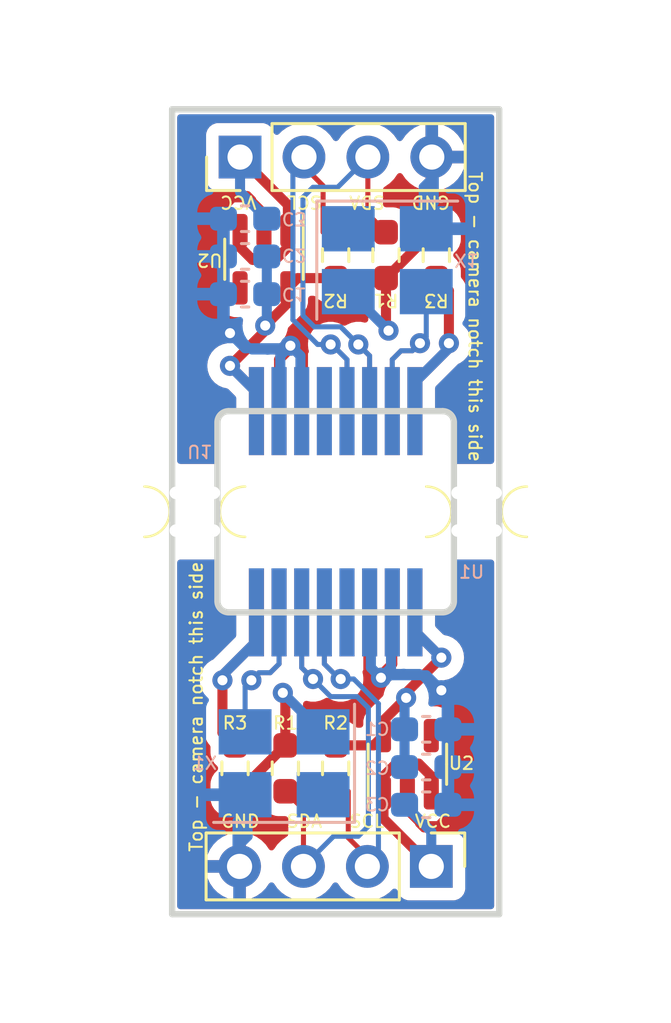
<source format=kicad_pcb>
(kicad_pcb (version 20240108) (generator "pcbnew") (generator_version "8.0")
  (layers (0 "F.Cu" signal) (31 "B.Cu" signal) (34 "B.Paste" user) (35 "F.Paste" user) (36 "B.SilkS" user "B.Silkscreen") (37 "F.SilkS" user "F.Silkscreen") (38 "B.Mask" user) (39 "F.Mask" user) (44 "Edge.Cuts" user))
  (net 0 "")
  (net 1 "+3.3V")
  (net 2 "GND")
  (net 3 "+5V")
  (net 4 "/SDA")
  (net 5 "/SCL")
  (net 6 "Net-(U1-RESET)")
  (net 8 "/CLK")
  (footprint "Resistor_SMD:R_0603_1608Metric_Pad0.98x0.95mm_HandSolder" (layer "F.Cu") (at 106.5 87.8 -90)
    (property "Reference" "R2" (at 1.8 0 180) (layer "F.SilkS") (effects (font (size 0.5 0.5) (thickness 0.08))))
    (property "Value" "2.7K")
    (fp_line (start -0.254724 0.5225) (end 0.254724 0.5225) (stroke (width 0.12)) (layer "F.SilkS"))
    (fp_line (start -0.254724 -0.5225) (end 0.254724 -0.5225) (stroke (width 0.12)) (layer "F.SilkS"))
    (pad "1" smd roundrect (at -0.9125 0 270) (size 0.975 0.95) (layers "F.Cu" "F.Paste" "F.Mask") (net 5 "/SCL"))
    (pad "2" smd roundrect (at 0.9125 0 270) (size 0.975 0.95) (layers "F.Cu" "F.Paste" "F.Mask") (net 1 "+3.3V"))
  )
  (footprint "Package_TO_SOT_SMD:SOT-23-5" (layer "F.Cu") (at 103.65 87.9625 -90)
    (property "Reference" "U2" (at 0.0375 2.15 180) (layer "F.SilkS") (effects (font (size 0.5 0.5) (thickness 0.08))))
    (property "Value" "AP2112-3.3V")
    (fp_line (start 0 1.56) (end -0.8 1.56) (stroke (width 0.12)) (layer "F.SilkS"))
    (fp_line (start 0 1.56) (end 0.8 1.56) (stroke (width 0.12)) (layer "F.SilkS"))
    (fp_line (start 0 -1.56) (end -1.8 -1.56) (stroke (width 0.12)) (layer "F.SilkS"))
    (fp_line (start 0 -1.56) (end 0.8 -1.56) (stroke (width 0.12)) (layer "F.SilkS"))
    (pad "1" smd roundrect (at -1.1375 -0.95 270) (size 1.325 0.6) (layers "F.Cu" "F.Paste" "F.Mask") (net 3 "+5V"))
    (pad "2" smd roundrect (at -1.1375 0 270) (size 1.325 0.6) (layers "F.Cu" "F.Paste" "F.Mask") (net 2 "GND"))
    (pad "3" smd roundrect (at -1.1375 0.95 270) (size 1.325 0.6) (layers "F.Cu" "F.Paste" "F.Mask") (net 3 "+5V"))
    (pad "4" smd roundrect (at 1.1375 0.95 270) (size 1.325 0.6) (layers "F.Cu" "F.Paste" "F.Mask"))
    (pad "5" smd roundrect (at 1.1375 -0.95 270) (size 1.325 0.6) (layers "F.Cu" "F.Paste" "F.Mask") (net 1 "+3.3V"))
  )
  (footprint "Resistor_SMD:R_0603_1608Metric_Pad0.98x0.95mm_HandSolder" (layer "F.Cu") (at 102.5 108.2 90)
    (property "Reference" "R3" (at 1.8 0 0) (layer "F.SilkS") (effects (font (size 0.5 0.5) (thickness 0.08))))
    (property "Value" "330K")
    (fp_line (start -0.254724 -0.5225) (end 0.254724 -0.5225) (stroke (width 0.12)) (layer "F.SilkS"))
    (fp_line (start -0.254724 0.5225) (end 0.254724 0.5225) (stroke (width 0.12)) (layer "F.SilkS"))
    (pad "1" smd roundrect (at -0.9125 0 90) (size 0.975 0.95) (layers "F.Cu" "F.Paste" "F.Mask") (net 1 "+3.3V"))
    (pad "2" smd roundrect (at 0.9125 0 90) (size 0.975 0.95) (layers "F.Cu" "F.Paste" "F.Mask") (net 6 "Net-(U1-RESET)"))
  )
  (footprint "Panelization:mouse-bite-2mm-slot" (layer "F.Cu") (at 100.9 98)
    (property "Reference" "mouse-bite-2mm-slot" (hide yes))
    (property "Value" "VAL**" (hide yes))
    (fp_arc (start -2 -1) (mid -1 0) (end -2 1) (stroke (width 0.1)) (layer "F.SilkS"))
    (fp_arc (start 2 1) (mid 1 0) (end 2 -1) (stroke (width 0.1)) (layer "F.SilkS"))
    (pad "" np_thru_hole circle (at -0.75 -0.75) (size 0.5 0.5) (drill 0.5) (layers "*.Cu" "*.Mask"))
    (pad "" np_thru_hole circle (at -0.75 0.75) (size 0.5 0.5) (drill 0.5) (layers "*.Cu" "*.Mask"))
    (pad "" np_thru_hole circle (at 0 -0.75) (size 0.5 0.5) (drill 0.5) (layers "*.Cu" "*.Mask"))
    (pad "" np_thru_hole circle (at 0 0.75) (size 0.5 0.5) (drill 0.5) (layers "*.Cu" "*.Mask"))
    (pad "" np_thru_hole circle (at 0.75 -0.75) (size 0.5 0.5) (drill 0.5) (layers "*.Cu" "*.Mask"))
    (pad "" np_thru_hole circle (at 0.75 0.75) (size 0.5 0.5) (drill 0.5) (layers "*.Cu" "*.Mask"))
  )
  (footprint "Connector_PinHeader_2.54mm:PinHeader_1x04_P2.54mm_Vertical" (layer "F.Cu") (at 102.7 83.9 90)
    (property "Reference" "J2" (hide yes))
    (property "Value" "Conn_01x04_Pin")
    (fp_line (start -1.33 -1.33) (end 0 -1.33) (stroke (width 0.12)) (layer "F.SilkS"))
    (fp_line (start -1.33 0) (end -1.33 -1.33) (stroke (width 0.12)) (layer "F.SilkS"))
    (fp_line (start 1.33 1.27) (end 1.33 8.95) (stroke (width 0.12)) (layer "F.SilkS"))
    (fp_line (start -1.33 1.27) (end 1.33 1.27) (stroke (width 0.12)) (layer "F.SilkS"))
    (fp_line (start -1.33 1.27) (end -1.33 8.95) (stroke (width 0.12)) (layer "F.SilkS"))
    (fp_line (start -1.33 8.95) (end 1.33 8.95) (stroke (width 0.12)) (layer "F.SilkS"))
    (pad "1" thru_hole rect (at 0 0 90) (size 1.7 1.7) (drill 1) (layers "*.Cu" "*.Mask") (net 3 "+5V"))
    (pad "2" thru_hole oval (at 0 2.54 90) (size 1.7 1.7) (drill 1) (layers "*.Cu" "*.Mask") (net 5 "/SCL"))
    (pad "3" thru_hole oval (at 0 5.08 90) (size 1.7 1.7) (drill 1) (layers "*.Cu" "*.Mask") (net 4 "/SDA"))
    (pad "4" thru_hole oval (at 0 7.62 90) (size 1.7 1.7) (drill 1) (layers "*.Cu" "*.Mask") (net 2 "GND"))
  )
  (footprint "Connector_PinHeader_2.54mm:PinHeader_1x04_P2.54mm_Vertical" (layer "F.Cu") (at 110.3 112.1 -90)
    (property "Reference" "J1" (hide yes))
    (property "Value" "Conn_01x04_Pin")
    (fp_line (start -1.33 8.95) (end 1.33 8.95) (stroke (width 0.12)) (layer "F.SilkS"))
    (fp_line (start -1.33 1.27) (end -1.33 8.95) (stroke (width 0.12)) (layer "F.SilkS"))
    (fp_line (start -1.33 1.27) (end 1.33 1.27) (stroke (width 0.12)) (layer "F.SilkS"))
    (fp_line (start 1.33 1.27) (end 1.33 8.95) (stroke (width 0.12)) (layer "F.SilkS"))
    (fp_line (start -1.33 0) (end -1.33 -1.33) (stroke (width 0.12)) (layer "F.SilkS"))
    (fp_line (start -1.33 -1.33) (end 0 -1.33) (stroke (width 0.12)) (layer "F.SilkS"))
    (pad "1" thru_hole rect (at 0 0 270) (size 1.7 1.7) (drill 1) (layers "*.Cu" "*.Mask") (net 3 "+5V"))
    (pad "2" thru_hole oval (at 0 2.54 270) (size 1.7 1.7) (drill 1) (layers "*.Cu" "*.Mask") (net 5 "/SCL"))
    (pad "3" thru_hole oval (at 0 5.08 270) (size 1.7 1.7) (drill 1) (layers "*.Cu" "*.Mask") (net 4 "/SDA"))
    (pad "4" thru_hole oval (at 0 7.62 270) (size 1.7 1.7) (drill 1) (layers "*.Cu" "*.Mask") (net 2 "GND"))
  )
  (footprint "Resistor_SMD:R_0603_1608Metric_Pad0.98x0.95mm_HandSolder" (layer "F.Cu") (at 106.5 108.2 90)
    (property "Reference" "R2" (at 1.8 0 0) (layer "F.SilkS") (effects (font (size 0.5 0.5) (thickness 0.08))))
    (property "Value" "2.7K")
    (fp_line (start -0.254724 -0.5225) (end 0.254724 -0.5225) (stroke (width 0.12)) (layer "F.SilkS"))
    (fp_line (start -0.254724 0.5225) (end 0.254724 0.5225) (stroke (width 0.12)) (layer "F.SilkS"))
    (pad "1" smd roundrect (at -0.9125 0 90) (size 0.975 0.95) (layers "F.Cu" "F.Paste" "F.Mask") (net 5 "/SCL"))
    (pad "2" smd roundrect (at 0.9125 0 90) (size 0.975 0.95) (layers "F.Cu" "F.Paste" "F.Mask") (net 1 "+3.3V"))
  )
  (footprint "Resistor_SMD:R_0603_1608Metric_Pad0.98x0.95mm_HandSolder" (layer "F.Cu") (at 104.5 108.2 -90)
    (property "Reference" "R1" (at -1.8 0 0) (layer "F.SilkS") (effects (font (size 0.5 0.5) (thickness 0.08))))
    (property "Value" "2.7K")
    (fp_line (start -0.254724 0.5225) (end 0.254724 0.5225) (stroke (width 0.12)) (layer "F.SilkS"))
    (fp_line (start -0.254724 -0.5225) (end 0.254724 -0.5225) (stroke (width 0.12)) (layer "F.SilkS"))
    (pad "1" smd roundrect (at -0.9125 0 270) (size 0.975 0.95) (layers "F.Cu" "F.Paste" "F.Mask") (net 1 "+3.3V"))
    (pad "2" smd roundrect (at 0.9125 0 270) (size 0.975 0.95) (layers "F.Cu" "F.Paste" "F.Mask") (net 4 "/SDA"))
  )
  (footprint "Package_TO_SOT_SMD:SOT-23-5" (layer "F.Cu") (at 109.35 108.0375 90)
    (property "Reference" "U2" (at 0.0375 2.15 0) (layer "F.SilkS") (effects (font (size 0.5 0.5) (thickness 0.08))))
    (property "Value" "AP2112-3.3V")
    (fp_line (start 0 -1.56) (end 0.8 -1.56) (stroke (width 0.12)) (layer "F.SilkS"))
    (fp_line (start 0 -1.56) (end -1.8 -1.56) (stroke (width 0.12)) (layer "F.SilkS"))
    (fp_line (start 0 1.56) (end 0.8 1.56) (stroke (width 0.12)) (layer "F.SilkS"))
    (fp_line (start 0 1.56) (end -0.8 1.56) (stroke (width 0.12)) (layer "F.SilkS"))
    (pad "1" smd roundrect (at -1.1375 -0.95 90) (size 1.325 0.6) (layers "F.Cu" "F.Paste" "F.Mask") (net 3 "+5V"))
    (pad "2" smd roundrect (at -1.1375 0 90) (size 1.325 0.6) (layers "F.Cu" "F.Paste" "F.Mask") (net 2 "GND"))
    (pad "3" smd roundrect (at -1.1375 0.95 90) (size 1.325 0.6) (layers "F.Cu" "F.Paste" "F.Mask") (net 3 "+5V"))
    (pad "4" smd roundrect (at 1.1375 0.95 90) (size 1.325 0.6) (layers "F.Cu" "F.Paste" "F.Mask"))
    (pad "5" smd roundrect (at 1.1375 -0.95 90) (size 1.325 0.6) (layers "F.Cu" "F.Paste" "F.Mask") (net 1 "+3.3V"))
  )
  (footprint "Panelization:mouse-bite-2mm-slot" (layer "F.Cu") (at 112.1 98 180)
    (property "Reference" "mouse-bite-2mm-slot1" (hide yes))
    (property "Value" "VAL**" (hide yes))
    (fp_arc (start 2 1) (mid 1 0) (end 2 -1) (stroke (width 0.1)) (layer "F.SilkS"))
    (fp_arc (start -2 -1) (mid -1 0) (end -2 1) (stroke (width 0.1)) (layer "F.SilkS"))
    (pad "" np_thru_hole circle (at -0.75 -0.75 180) (size 0.5 0.5) (drill 0.5) (layers "*.Cu" "*.Mask"))
    (pad "" np_thru_hole circle (at -0.75 0.75 180) (size 0.5 0.5) (drill 0.5) (layers "*.Cu" "*.Mask"))
    (pad "" np_thru_hole circle (at 0 -0.75 180) (size 0.5 0.5) (drill 0.5) (layers "*.Cu" "*.Mask"))
    (pad "" np_thru_hole circle (at 0 0.75 180) (size 0.5 0.5) (drill 0.5) (layers "*.Cu" "*.Mask"))
    (pad "" np_thru_hole circle (at 0.75 -0.75 180) (size 0.5 0.5) (drill 0.5) (layers "*.Cu" "*.Mask"))
    (pad "" np_thru_hole circle (at 0.75 0.75 180) (size 0.5 0.5) (drill 0.5) (layers "*.Cu" "*.Mask"))
  )
  (footprint "Resistor_SMD:R_0603_1608Metric_Pad0.98x0.95mm_HandSolder" (layer "F.Cu") (at 108.5 87.8 90)
    (property "Reference" "R1" (at -1.8 0 180) (layer "F.SilkS") (effects (font (size 0.5 0.5) (thickness 0.08))))
    (property "Value" "2.7K")
    (fp_line (start -0.254724 -0.5225) (end 0.254724 -0.5225) (stroke (width 0.12)) (layer "F.SilkS"))
    (fp_line (start -0.254724 0.5225) (end 0.254724 0.5225) (stroke (width 0.12)) (layer "F.SilkS"))
    (pad "1" smd roundrect (at -0.9125 0 90) (size 0.975 0.95) (layers "F.Cu" "F.Paste" "F.Mask") (net 1 "+3.3V"))
    (pad "2" smd roundrect (at 0.9125 0 90) (size 0.975 0.95) (layers "F.Cu" "F.Paste" "F.Mask") (net 4 "/SDA"))
  )
  (footprint "Resistor_SMD:R_0603_1608Metric_Pad0.98x0.95mm_HandSolder" (layer "F.Cu") (at 110.5 87.8 -90)
    (property "Reference" "R3" (at 1.8 0 180) (layer "F.SilkS") (effects (font (size 0.5 0.5) (thickness 0.08))))
    (property "Value" "330K")
    (fp_line (start -0.254724 0.5225) (end 0.254724 0.5225) (stroke (width 0.12)) (layer "F.SilkS"))
    (fp_line (start -0.254724 -0.5225) (end 0.254724 -0.5225) (stroke (width 0.12)) (layer "F.SilkS"))
    (pad "1" smd roundrect (at -0.9125 0 270) (size 0.975 0.95) (layers "F.Cu" "F.Paste" "F.Mask") (net 1 "+3.3V"))
    (pad "2" smd roundrect (at 0.9125 0 270) (size 0.975 0.95) (layers "F.Cu" "F.Paste" "F.Mask") (net 6 "Net-(U1-RESET)"))
  )
  (footprint "Capacitor_SMD:C_0603_1608Metric_Pad1.08x0.95mm_HandSolder" (layer "B.Cu") (at 102.9 86.35 180)
    (property "Reference" "C3" (at -1.95 0 180) (layer "B.SilkS") (effects (font (size 0.5 0.5) (thickness 0.08)) (justify mirror)))
    (property "Value" "1uF")
    (fp_line (start -0.146267 0.51) (end 0.146267 0.51) (stroke (width 0.12)) (layer "B.SilkS"))
    (fp_line (start -0.146267 -0.51) (end 0.146267 -0.51) (stroke (width 0.12)) (layer "B.SilkS"))
    (pad "1" smd roundrect (at -0.8625 0 180) (size 1.075 0.95) (layers "B.Cu" "B.Paste" "B.Mask") (net 3 "+5V"))
    (pad "2" smd roundrect (at 0.8625 0 180) (size 1.075 0.95) (layers "B.Cu" "B.Paste" "B.Mask") (net 2 "GND"))
  )
  (footprint "Capacitor_SMD:C_0603_1608Metric_Pad1.08x0.95mm_HandSolder" (layer "B.Cu") (at 102.9 87.85 180)
    (property "Reference" "C2" (at -1.95 0.05 180) (layer "B.SilkS") (effects (font (size 0.5 0.5) (thickness 0.08)) (justify mirror)))
    (property "Value" "1uF")
    (fp_line (start -0.146267 0.51) (end 0.146267 0.51) (stroke (width 0.12)) (layer "B.SilkS"))
    (fp_line (start -0.146267 -0.51) (end 0.146267 -0.51) (stroke (width 0.12)) (layer "B.SilkS"))
    (pad "1" smd roundrect (at -0.8625 0 180) (size 1.075 0.95) (layers "B.Cu" "B.Paste" "B.Mask") (net 1 "+3.3V"))
    (pad "2" smd roundrect (at 0.8625 0 180) (size 1.075 0.95) (layers "B.Cu" "B.Paste" "B.Mask") (net 2 "GND"))
  )
  (footprint "Oscillator:Oscillator_SMD_SeikoEpson_SG8002CE-4Pin_3.2x2.5mm_HandSoldering" (layer "B.Cu") (at 104.45 108 180)
    (property "Reference" "X1" (at 3.15 0 0) (layer "B.SilkS") (effects (font (size 0.5 0.5) (thickness 0.08)) (justify mirror)))
    (property "Value" "SG3225CAN 24.0000M-TJGA3")
    (fp_line (start -2.8 2.35) (end -2.8 -2.35) (stroke (width 0.12)) (layer "B.SilkS"))
    (fp_line (start -2.8 -2.35) (end 2.8 -2.35) (stroke (width 0.12)) (layer "B.SilkS"))
    (pad "1" smd rect (at -1.55 -1.25 180) (size 2.1 1.8) (layers "B.Cu" "B.Paste" "B.Mask"))
    (pad "2" smd rect (at 1.55 -1.25 180) (size 2.1 1.8) (layers "B.Cu" "B.Paste" "B.Mask") (net 2 "GND"))
    (pad "3" smd rect (at 1.55 1.25 180) (size 2.1 1.8) (layers "B.Cu" "B.Paste" "B.Mask") (net 8 "/CLK"))
    (pad "4" smd rect (at -1.55 1.25 180) (size 2.1 1.8) (layers "B.Cu" "B.Paste" "B.Mask") (net 1 "+3.3V"))
  )
  (footprint "Capacitor_SMD:C_0603_1608Metric_Pad1.08x0.95mm_HandSolder" (layer "B.Cu") (at 110.1 106.65)
    (property "Reference" "C1" (at -1.95 0 0) (layer "B.SilkS") (effects (font (size 0.5 0.5) (thickness 0.08)) (justify mirror)))
    (property "Value" "0.1uF")
    (fp_line (start -0.146267 -0.51) (end 0.146267 -0.51) (stroke (width 0.12)) (layer "B.SilkS"))
    (fp_line (start -0.146267 0.51) (end 0.146267 0.51) (stroke (width 0.12)) (layer "B.SilkS"))
    (pad "1" smd roundrect (at -0.8625 0) (size 1.075 0.95) (layers "B.Cu" "B.Paste" "B.Mask") (net 1 "+3.3V"))
    (pad "2" smd roundrect (at 0.8625 0) (size 1.075 0.95) (layers "B.Cu" "B.Paste" "B.Mask") (net 2 "GND"))
  )
  (footprint "Capacitor_SMD:C_0603_1608Metric_Pad1.08x0.95mm_HandSolder" (layer "B.Cu") (at 110.1 108.15)
    (property "Reference" "C2" (at -1.95 0.05 0) (layer "B.SilkS") (effects (font (size 0.5 0.5) (thickness 0.08)) (justify mirror)))
    (property "Value" "1uF")
    (fp_line (start -0.146267 -0.51) (end 0.146267 -0.51) (stroke (width 0.12)) (layer "B.SilkS"))
    (fp_line (start -0.146267 0.51) (end 0.146267 0.51) (stroke (width 0.12)) (layer "B.SilkS"))
    (pad "1" smd roundrect (at -0.8625 0) (size 1.075 0.95) (layers "B.Cu" "B.Paste" "B.Mask") (net 1 "+3.3V"))
    (pad "2" smd roundrect (at 0.8625 0) (size 1.075 0.95) (layers "B.Cu" "B.Paste" "B.Mask") (net 2 "GND"))
  )
  (footprint "Capacitor_SMD:C_0603_1608Metric_Pad1.08x0.95mm_HandSolder" (layer "B.Cu") (at 102.9 89.35 180)
    (property "Reference" "C1" (at -1.95 0 180) (layer "B.SilkS") (effects (font (size 0.5 0.5) (thickness 0.08)) (justify mirror)))
    (property "Value" "0.1uF")
    (fp_line (start -0.146267 0.51) (end 0.146267 0.51) (stroke (width 0.12)) (layer "B.SilkS"))
    (fp_line (start -0.146267 -0.51) (end 0.146267 -0.51) (stroke (width 0.12)) (layer "B.SilkS"))
    (pad "1" smd roundrect (at -0.8625 0 180) (size 1.075 0.95) (layers "B.Cu" "B.Paste" "B.Mask") (net 1 "+3.3V"))
    (pad "2" smd roundrect (at 0.8625 0 180) (size 1.075 0.95) (layers "B.Cu" "B.Paste" "B.Mask") (net 2 "GND"))
  )
  (footprint "GUN4IR:wiimote-pixart-camera-inline" (layer "B.Cu") (at 106.5 99.5 180)
    (property "Reference" "U1" (at -5.4 -0.9 0) (layer "B.SilkS") (effects (font (size 0.5 0.5) (thickness 0.08)) (justify mirror)))
    (property "Value" "~")
    (fp_line (start 4.7 -2.05) (end 4.7 1.5) (stroke (width 0.25)) (layer "Edge.Cuts"))
    (fp_line (start -4.25 -2.5) (end 4.25 -2.5) (stroke (width 0.25)) (layer "Edge.Cuts"))
    (fp_line (start -4.7 -2.05) (end -4.7 1.5) (stroke (width 0.25)) (layer "Edge.Cuts"))
    (fp_arc (start 4.25 -2.5) (mid 4.568198 -2.368198) (end 4.7 -2.05) (stroke (width 0.25)) (layer "Edge.Cuts"))
    (fp_arc (start -4.7 -2.05) (mid -4.568198 -2.368198) (end -4.25 -2.5) (stroke (width 0.25)) (layer "Edge.Cuts"))
    (pad "1" connect rect (at -3.15 -2.5 180) (size 0.6 3.5) (layers "F.Cu" "F.Mask") (net 1 "+3.3V"))
    (pad "1" connect rect (at -3.15 -2.5 180) (size 0.6 3.5) (layers "B.Cu" "B.Mask") (net 1 "+3.3V"))
    (pad "2" connect rect (at -2.25 -2.5 180) (size 0.6 3.5) (layers "F.Cu" "F.Mask") (net 2 "GND"))
    (pad "2" connect rect (at -2.25 -2.5 180) (size 0.6 3.5) (layers "B.Cu" "B.Mask") (net 2 "GND"))
    (pad "3" connect rect (at -1.35 -2.5 180) (size 0.6 3.5) (layers "F.Cu" "F.Mask") (net 2 "GND"))
    (pad "3" connect rect (at -1.35 -2.5 180) (size 0.6 3.5) (layers "B.Cu" "B.Mask") (net 2 "GND"))
    (pad "4" connect rect (at -0.45 -2.5 180) (size 0.6 3.5) (layers "F.Cu" "F.Mask"))
    (pad "4" connect rect (at -0.45 -2.5 180) (size 0.6 3.5) (layers "B.Cu" "B.Mask"))
    (pad "5" connect rect (at 0.45 -2.5 180) (size 0.6 3.5) (layers "F.Cu" "F.Mask") (net 5 "/SCL"))
    (pad "5" connect rect (at 0.45 -2.5 180) (size 0.6 3.5) (layers "B.Cu" "B.Mask") (net 5 "/SCL"))
    (pad "6" connect rect (at 1.35 -2.5 180) (size 0.6 3.5) (layers "F.Cu" "F.Mask") (net 4 "/SDA"))
    (pad "6" connect rect (at 1.35 -2.5 180) (size 0.6 3.5) (layers "B.Cu" "B.Mask") (net 4 "/SDA"))
    (pad "7" connect rect (at 2.25 -2.5 180) (size 0.6 3.5) (layers "F.Cu" "F.Mask") (net 8 "/CLK"))
    (pad "7" connect rect (at 2.25 -2.5 180) (size 0.6 3.5) (layers "B.Cu" "B.Mask") (net 8 "/CLK"))
    (pad "8" connect rect (at 3.15 -2.5 180) (size 0.6 3.5) (layers "F.Cu" "F.Mask") (net 6 "Net-(U1-RESET)"))
    (pad "8" connect rect (at 3.15 -2.5 180) (size 0.6 3.5) (layers "B.Cu" "B.Mask") (net 6 "Net-(U1-RESET)"))
  )
  (footprint "Oscillator:Oscillator_SMD_SeikoEpson_SG8002CE-4Pin_3.2x2.5mm_HandSoldering" (layer "B.Cu") (at 108.55 88)
    (property "Reference" "X1" (at 3.15 0 180) (layer "B.SilkS") (effects (font (size 0.5 0.5) (thickness 0.08)) (justify mirror)))
    (property "Value" "SG3225CAN 24.0000M-TJGA3")
    (fp_line (start -2.8 -2.35) (end 2.8 -2.35) (stroke (width 0.12)) (layer "B.SilkS"))
    (fp_line (start -2.8 2.35) (end -2.8 -2.35) (stroke (width 0.12)) (layer "B.SilkS"))
    (pad "1" smd rect (at -1.55 -1.25) (size 2.1 1.8) (layers "B.Cu" "B.Paste" "B.Mask"))
    (pad "2" smd rect (at 1.55 -1.25) (size 2.1 1.8) (layers "B.Cu" "B.Paste" "B.Mask") (net 2 "GND"))
    (pad "3" smd rect (at 1.55 1.25) (size 2.1 1.8) (layers "B.Cu" "B.Paste" "B.Mask") (net 8 "/CLK"))
    (pad "4" smd rect (at -1.55 1.25) (size 2.1 1.8) (layers "B.Cu" "B.Paste" "B.Mask") (net 1 "+3.3V"))
  )
  (footprint "Capacitor_SMD:C_0603_1608Metric_Pad1.08x0.95mm_HandSolder" (layer "B.Cu") (at 110.1 109.65)
    (property "Reference" "C3" (at -1.95 0 0) (layer "B.SilkS") (effects (font (size 0.5 0.5) (thickness 0.08)) (justify mirror)))
    (property "Value" "1uF")
    (fp_line (start -0.146267 -0.51) (end 0.146267 -0.51) (stroke (width 0.12)) (layer "B.SilkS"))
    (fp_line (start -0.146267 0.51) (end 0.146267 0.51) (stroke (width 0.12)) (layer "B.SilkS"))
    (pad "1" smd roundrect (at -0.8625 0) (size 1.075 0.95) (layers "B.Cu" "B.Paste" "B.Mask") (net 3 "+5V"))
    (pad "2" smd roundrect (at 0.8625 0) (size 1.075 0.95) (layers "B.Cu" "B.Paste" "B.Mask") (net 2 "GND"))
  )
  (footprint "GUN4IR:wiimote-pixart-camera-inline" (layer "B.Cu") (at 106.5 96.5)
    (property "Reference" "U1" (at -5.4 -0.9 180) (layer "B.SilkS") (effects (font (size 0.5 0.5) (thickness 0.08)) (justify mirror)))
    (property "Value" "~")
    (fp_line (start -4.7 -2.05) (end -4.7 1.5) (stroke (width 0.25)) (layer "Edge.Cuts"))
    (fp_line (start -4.25 -2.5) (end 4.25 -2.5) (stroke (width 0.25)) (layer "Edge.Cuts"))
    (fp_line (start 4.7 -2.05) (end 4.7 1.5) (stroke (width 0.25)) (layer "Edge.Cuts"))
    (fp_arc (start -4.7 -2.05) (mid -4.568198 -2.368198) (end -4.25 -2.5) (stroke (width 0.25)) (layer "Edge.Cuts"))
    (fp_arc (start 4.25 -2.5) (mid 4.568198 -2.368198) (end 4.7 -2.05) (stroke (width 0.25)) (layer "Edge.Cuts"))
    (pad "1" connect rect (at -3.15 -2.5) (size 0.6 3.5) (layers "F.Cu" "F.Mask") (net 1 "+3.3V"))
    (pad "1" connect rect (at -3.15 -2.5) (size 0.6 3.5) (layers "B.Cu" "B.Mask") (net 1 "+3.3V"))
    (pad "2" connect rect (at -2.25 -2.5) (size 0.6 3.5) (layers "F.Cu" "F.Mask") (net 2 "GND"))
    (pad "2" connect rect (at -2.25 -2.5) (size 0.6 3.5) (layers "B.Cu" "B.Mask") (net 2 "GND"))
    (pad "3" connect rect (at -1.35 -2.5) (size 0.6 3.5) (layers "F.Cu" "F.Mask") (net 2 "GND"))
    (pad "3" connect rect (at -1.35 -2.5) (size 0.6 3.5) (layers "B.Cu" "B.Mask") (net 2 "GND"))
    (pad "4" connect rect (at -0.45 -2.5) (size 0.6 3.5) (layers "F.Cu" "F.Mask"))
    (pad "4" connect rect (at -0.45 -2.5) (size 0.6 3.5) (layers "B.Cu" "B.Mask"))
    (pad "5" connect rect (at 0.45 -2.5) (size 0.6 3.5) (layers "F.Cu" "F.Mask") (net 5 "/SCL"))
    (pad "5" connect rect (at 0.45 -2.5) (size 0.6 3.5) (layers "B.Cu" "B.Mask") (net 5 "/SCL"))
    (pad "6" connect rect (at 1.35 -2.5) (size 0.6 3.5) (layers "F.Cu" "F.Mask") (net 4 "/SDA"))
    (pad "6" connect rect (at 1.35 -2.5) (size 0.6 3.5) (layers "B.Cu" "B.Mask") (net 4 "/SDA"))
    (pad "7" connect rect (at 2.25 -2.5) (size 0.6 3.5) (layers "F.Cu" "F.Mask") (net 8 "/CLK"))
    (pad "7" connect rect (at 2.25 -2.5) (size 0.6 3.5) (layers "B.Cu" "B.Mask") (net 8 "/CLK"))
    (pad "8" connect rect (at 3.15 -2.5) (size 0.6 3.5) (layers "F.Cu" "F.Mask") (net 6 "Net-(U1-RESET)"))
    (pad "8" connect rect (at 3.15 -2.5) (size 0.6 3.5) (layers "B.Cu" "B.Mask") (net 6 "Net-(U1-RESET)"))
  )
  (gr_line (start 113 82) (end 100 82) (stroke (width 0.25)) (layer "Edge.Cuts"))
  (gr_line (start 113 98) (end 113 82) (stroke (width 0.25)) (layer "Edge.Cuts"))
  (gr_line (start 100 114) (end 113 114) (stroke (width 0.25)) (layer "Edge.Cuts"))
  (gr_line (start 100 82) (end 100 98) (stroke (width 0.25)) (layer "Edge.Cuts"))
  (gr_line (start 113 114) (end 113 98) (stroke (width 0.25)) (layer "Edge.Cuts"))
  (gr_line (start 100 98) (end 100 114) (stroke (width 0.25)) (layer "Edge.Cuts"))
  (gr_text "SCL" (at 106 85.4 180) (layer "F.SilkS") (effects (font (size 0.5 0.5) (thickness 0.08)) (justify left bottom)))
  (gr_text "GND" (at 111.1 85.4 180) (layer "F.SilkS") (effects (font (size 0.5 0.5) (thickness 0.08)) (justify left bottom)))
  (gr_text "Top - camera notch this side" (at 101.25 105.75 90) (layer "F.SilkS") (effects (font (size 0.5 0.5) (thickness 0.08)) (justify bottom)))
  (gr_text "VCC" (at 103.4 85.4 180) (layer "F.SilkS") (effects (font (size 0.5 0.5) (thickness 0.08)) (justify left bottom)))
  (gr_text "VCC" (at 109.6 110.6 0) (layer "F.SilkS") (effects (font (size 0.5 0.5) (thickness 0.08)) (justify left bottom)))
  (gr_text "SCL" (at 107 110.6 0) (layer "F.SilkS") (effects (font (size 0.5 0.5) (thickness 0.08)) (justify left bottom)))
  (gr_text "GND" (at 101.9 110.6 0) (layer "F.SilkS") (effects (font (size 0.5 0.5) (thickness 0.08)) (justify left bottom)))
  (gr_text "Top - camera notch this side" (at 111.75 90.25 -90) (layer "F.SilkS") (effects (font (size 0.5 0.5) (thickness 0.08)) (justify bottom)))
  (gr_text "SDA" (at 108.5 85.4 180) (layer "F.SilkS") (effects (font (size 0.5 0.5) (thickness 0.08)) (justify left bottom)))
  (gr_text "SDA" (at 104.5 110.6 0) (layer "F.SilkS") (effects (font (size 0.5 0.5) (thickness 0.08)) (justify left bottom)))
  (segment (start 108.5 90.7) (end 108.6 90.8) (width 0.4) (layer "F.Cu") (net 1))
  (segment (start 104.6 89.7) (end 103.7 90.6) (width 0.4) (layer "F.Cu") (net 1))
  (segment (start 104.9875 88.7125) (end 104.6 89.1) (width 0.4) (layer "F.Cu") (net 1))
  (segment (start 104.5 105.3) (end 104.4 105.2) (width 0.4) (layer "F.Cu") (net 1))
  (segment (start 110.325 86.8875) (end 108.5 88.7125) (width 0.4) (layer "F.Cu") (net 1))
  (segment (start 108.4 106.3) (end 109.3 105.4) (width 0.4) (layer "F.Cu") (net 1))
  (segment (start 106.5 88.7125) (end 106.5 88.783428) (width 0.4) (layer "F.Cu") (net 1))
  (segment (start 109.3 105.2) (end 109.3 105.4) (width 0.4) (layer "F.Cu") (net 1))
  (segment (start 104.5 107.2875) (end 104.5 105.3) (width 0.4) (layer "F.Cu") (net 1))
  (segment (start 110.5 86.8875) (end 110.325 86.8875) (width 0.4) (layer "F.Cu") (net 1))
  (segment (start 108.6 88.8125) (end 108.5 88.7125) (width 0.4) (layer "F.Cu") (net 1))
  (segment (start 108.5 88.7125) (end 106.5 88.7125) (width 0.4) (layer "F.Cu") (net 1))
  (segment (start 109.7 102.8) (end 109.7 102.3) (width 0.4) (layer "F.Cu") (net 1))
  (segment (start 102.5 109.1125) (end 102.675 109.1125) (width 0.4) (layer "F.Cu") (net 1))
  (segment (start 103.7 90.8) (end 103.7 90.6) (width 0.4) (layer "F.Cu") (net 1))
  (segment (start 104.6 89.1) (end 104.6 89.7) (width 0.4) (layer "F.Cu") (net 1))
  (segment (start 102.3 92.2) (end 103.7 90.8) (width 0.4) (layer "F.Cu") (net 1))
  (segment (start 106.5 107.2875) (end 106.5 107.216572) (width 0.4) (layer "F.Cu") (net 1))
  (segment (start 106.5 88.7125) (end 104.9875 88.7125) (width 0.4) (layer "F.Cu") (net 1))
  (segment (start 104.4 107.1875) (end 104.5 107.2875) (width 0.4) (layer "F.Cu") (net 1))
  (segment (start 104.5 107.2875) (end 106.5 107.2875) (width 0.4) (layer "F.Cu") (net 1))
  (segment (start 108.0125 107.2875) (end 108.4 106.9) (width 0.4) (layer "F.Cu") (net 1))
  (segment (start 108.4 106.9) (end 108.4 106.3) (width 0.4) (layer "F.Cu") (net 1))
  (segment (start 110.7 103.8) (end 109.3 105.2) (width 0.4) (layer "F.Cu") (net 1))
  (segment (start 106.5 107.2875) (end 108.0125 107.2875) (width 0.4) (layer "F.Cu") (net 1))
  (segment (start 102.3 92.2) (end 103.3 93.2) (width 0.4) (layer "F.Cu") (net 1))
  (segment (start 102.675 109.1125) (end 104.5 107.2875) (width 0.4) (layer "F.Cu") (net 1))
  (segment (start 110.7 103.8) (end 109.7 102.8) (width 0.4) (layer "F.Cu") (net 1))
  (segment (start 108.5 88.7125) (end 108.5 90.7) (width 0.4) (layer "F.Cu") (net 1))
  (segment (start 103.3 93.2) (end 103.3 93.7) (width 0.4) (layer "F.Cu") (net 1))
  (via (at 103.7 90.6) (size 0.8) (drill 0.4) (layers "F.Cu" "B.Cu") (net 1))
  (via (at 102.3 92.2) (size 0.8) (drill 0.4) (layers "F.Cu" "B.Cu") (net 1))
  (via (at 104.4 105.2) (size 0.8) (drill 0.4) (layers "F.Cu" "B.Cu") (net 1))
  (via (at 109.3 105.4) (size 0.8) (drill 0.4) (layers "F.Cu" "B.Cu") (net 1))
  (via (at 110.7 103.8) (size 0.8) (drill 0.4) (layers "F.Cu" "B.Cu") (net 1))
  (via (at 108.6 90.8) (size 0.8) (drill 0.4) (layers "F.Cu" "B.Cu") (net 1))
  (segment (start 109.65 102.75) (end 109.65 102.2) (width 0.4) (layer "B.Cu") (net 1))
  (segment (start 110.7 103.8) (end 109.65 102.75) (width 0.4) (layer "B.Cu") (net 1))
  (segment (start 106 106.75) (end 105.85 106.75) (width 0.4) (layer "B.Cu") (net 1))
  (segment (start 103.35 93.25) (end 103.35 93.8) (width 0.4) (layer "B.Cu") (net 1))
  (segment (start 109.2375 108.15) (end 109.2375 106.65) (width 0.4) (layer "B.Cu") (net 1))
  (segment (start 103.7625 90.5375) (end 103.7 90.6) (width 0.4) (layer "B.Cu") (net 1))
  (segment (start 105.95 106.75) (end 104.4 105.2) (width 0.4) (layer "B.Cu") (net 1))
  (segment (start 107 89.25) (end 107.15 89.25) (width 0.4) (layer "B.Cu") (net 1))
  (segment (start 107.25 89.25) (end 107 89.25) (width 0.4) (layer "B.Cu") (net 1))
  (segment (start 109.2375 106.65) (end 109.2375 105.4625) (width 0.4) (layer "B.Cu") (net 1))
  (segment (start 105.75 106.75) (end 106 106.75) (width 0.4) (layer "B.Cu") (net 1))
  (segment (start 102.3 92.2) (end 103.35 93.25) (width 0.4) (layer "B.Cu") (net 1))
  (segment (start 103.7625 87.85) (end 103.7625 89.35) (width 0.4) (layer "B.Cu") (net 1))
  (segment (start 106 106.75) (end 105.95 106.75) (width 0.4) (layer "B.Cu") (net 1))
  (segment (start 103.7625 89.35) (end 103.7625 90.5375) (width 0.4) (layer "B.Cu") (net 1))
  (segment (start 109.2375 105.4625) (end 109.3 105.4) (width 0.4) (layer "B.Cu") (net 1))
  (segment (start 107 89.25) (end 107.05 89.25) (width 0.4) (layer "B.Cu") (net 1))
  (segment (start 107.05 89.25) (end 108.6 90.8) (width 0.4) (layer "B.Cu") (net 1))
  (segment (start 109.35 109.837499) (end 109.35 109.175) (width 0.4) (layer "F.Cu") (net 2))
  (segment (start 108.75 104.05) (end 108.75 102.2) (width 0.4) (layer "F.Cu") (net 2))
  (segment (start 105.05 91.5) (end 104.7 91.5) (width 0.4) (layer "F.Cu") (net 2))
  (segment (start 107.95 104.5) (end 108.3 104.5) (width 0.4) (layer "F.Cu") (net 2))
  (segment (start 108.3 104.5) (end 108.75 104.05) (width 0.4) (layer "F.Cu") (net 2))
  (segment (start 104.7 91.5) (end 104.25 91.95) (width 0.4) (layer "F.Cu") (net 2))
  (segment (start 102.987499 85.5) (end 103.65 86.162501) (width 0.4) (layer "F.Cu") (net 2))
  (segment (start 103.65 86.162501) (end 103.65 86.825) (width 0.4) (layer "F.Cu") (net 2))
  (segment (start 102.3 90.9) (end 101.8 90.4) (width 0.4) (layer "F.Cu") (net 2))
  (segment (start 102.4 85.5) (end 102.987499 85.5) (width 0.4) (layer "F.Cu") (net 2))
  (segment (start 107.8 104.65) (end 107.8 102.2) (width 0.4) (layer "F.Cu") (net 2))
  (segment (start 110.6 110.5) (end 110.012501 110.5) (width 0.4) (layer "F.Cu") (net 2))
  (segment (start 105.2 91.35) (end 105.05 91.5) (width 0.4) (layer "F.Cu") (net 2))
  (segment (start 110.7 105.1) (end 111.2 105.6) (width 0.4) (layer "F.Cu") (net 2))
  (segment (start 111.2 105.6) (end 111.2 109.9) (width 0.4) (layer "F.Cu") (net 2))
  (segment (start 111.2 109.9) (end 110.6 110.5) (width 0.4) (layer "F.Cu") (net 2))
  (segment (start 105.2 93.8) (end 105.15 93.8) (width 0.4) (layer "F.Cu") (net 2))
  (segment (start 104.25 91.95) (end 104.25 93.8) (width 0.4) (layer "F.Cu") (net 2))
  (segment (start 101.8 86.1) (end 102.4 85.5) (width 0.4) (layer "F.Cu") (net 2))
  (segment (start 107.8 104.65) (end 107.95 104.5) (width 0.4) (layer "F.Cu") (net 2))
  (segment (start 110.012501 110.5) (end 109.35 109.837499) (width 0.4) (layer "F.Cu") (net 2))
  (segment (start 107.8 102.2) (end 107.85 102.2) (width 0.4) (layer "F.Cu") (net 2))
  (segment (start 101.8 90.4) (end 101.8 86.1) (width 0.4) (layer "F.Cu") (net 2))
  (segment (start 105.2 91.35) (end 105.2 93.8) (width 0.4) (layer "F.Cu") (net 2))
  (via (at 104.7 91.4) (size 0.8) (drill 0.4) (layers "F.Cu" "B.Cu") (net 2))
  (via (at 102.3 90.9) (size 0.8) (drill 0.4) (layers "F.Cu" "B.Cu") (net 2))
  (via (at 110.7 105.1) (size 0.8) (drill 0.4) (layers "F.Cu" "B.Cu") (net 2))
  (via (at 108.3 104.6) (size 0.8) (drill 0.4) (layers "F.Cu" "B.Cu") (net 2))
  (segment (start 108.3 104.6) (end 108.4 104.5) (width 0.4) (layer "B.Cu") (net 2))
  (segment (start 104.7 91.4) (end 104.6 91.5) (width 0.4) (layer "B.Cu") (net 2))
  (segment (start 102.9 91.5) (end 102.3 90.9) (width 0.4) (layer "B.Cu") (net 2))
  (segment (start 110.32 84.78) (end 110 85.1) (width 0.4) (layer "B.Cu") (net 2))
  (segment (start 110.1 86) (end 110.4 85.7) (width 0.4) (layer "B.Cu") (net 2))
  (segment (start 110.32 83.9) (end 110.32 84.78) (width 0.4) (layer "B.Cu") (net 2))
  (segment (start 110.4 85.7) (end 110.4 84) (width 0.4) (layer "B.Cu") (net 2))
  (segment (start 102.68 112.1) (end 102.68 111.22) (width 0.4) (layer "B.Cu") (net 2))
  (segment (start 102.6 110.3) (end 102.6 112) (width 0.4) (layer "B.Cu") (net 2))
  (segment (start 108.7 104.2) (end 108.7 103.2) (width 0.4) (layer "B.Cu") (net 2))
  (segment (start 102.68 111.22) (end 103 110.9) (width 0.4) (layer "B.Cu") (net 2))
  (segment (start 105.1 91.8) (end 105.1 92.6) (width 0.4) (layer "B.Cu") (net 2))
  (segment (start 104.7 91.4) (end 104.3 91.8) (width 0.4) (layer "B.Cu") (net 2))
  (segment (start 108.3 104.6) (end 108.7 104.2) (width 0.4) (layer "B.Cu") (net 2))
  (segment (start 110.1 104.5) (end 110.7 105.1) (width 0.4) (layer "B.Cu") (net 2))
  (segment (start 102.96 109.71) (end 102.7 109.45) (width 0.4) (layer "B.Cu") (net 2))
  (segment (start 110 85.1) (end 110 86.4) (width 0.4) (layer "B.Cu") (net 2))
  (segment (start 103 110.9) (end 103 109.6) (width 0.4) (layer "B.Cu") (net 2))
  (segment (start 108.3 104.6) (end 107.9 104.2) (width 0.4) (layer "B.Cu") (net 2))
  (segment (start 104.7 91.4) (end 105.1 91.8) (width 0.4) (layer "B.Cu") (net 2))
  (segment (start 107.9 104.2) (end 107.9 103.4) (width 0.4) (layer "B.Cu") (net 2))
  (segment (start 108.4 104.5) (end 110.1 104.5) (width 0.4) (layer "B.Cu") (net 2))
  (segment (start 110.04 86.29) (end 110.3 86.55) (width 0.4) (layer "B.Cu") (net 2))
  (segment (start 102.9 109.45) (end 102.9 110) (width 0.4) (layer "B.Cu") (net 2))
  (segment (start 102.9 110) (end 102.6 110.3) (width 0.4) (layer "B.Cu") (net 2))
  (segment (start 110.1 86.55) (end 110.1 86) (width 0.4) (layer "B.Cu") (net 2))
  (segment (start 104.3 91.8) (end 104.3 92.8) (width 0.4) (layer "B.Cu") (net 2))
  (segment (start 104.6 91.5) (end 102.9 91.5) (width 0.4) (layer "B.Cu") (net 2))
  (segment (start 108.4 108.512501) (end 108.900001 108.0125) (width 0.4) (layer "F.Cu") (net 3))
  (segment (start 104.6 86.825) (end 104.6 87.487499) (width 0.4) (layer "F.Cu") (net 3))
  (segment (start 108.900001 108.0125) (end 109.799999 108.0125) (width 0.4) (layer "F.Cu") (net 3))
  (segment (start 102.7 87.487499) (end 102.7 86.825) (width 0.4) (layer "F.Cu") (net 3))
  (segment (start 103.200001 87.9875) (end 102.7 87.487499) (width 0.4) (layer "F.Cu") (net 3))
  (segment (start 110.3 112.1) (end 108.4 110.2) (width 0.4) (layer "F.Cu") (net 3))
  (segment (start 108.4 110.2) (end 108.4 109.175) (width 0.4) (layer "F.Cu") (net 3))
  (segment (start 110.3 108.512501) (end 110.3 109.175) (width 0.4) (layer "F.Cu") (net 3))
  (segment (start 104.099999 87.9875) (end 103.200001 87.9875) (width 0.4) (layer "F.Cu") (net 3))
  (segment (start 102.7 83.9) (end 104.6 85.8) (width 0.4) (layer "F.Cu") (net 3))
  (segment (start 108.4 109.175) (end 108.4 108.512501) (width 0.4) (layer "F.Cu") (net 3))
  (segment (start 104.6 87.487499) (end 104.099999 87.9875) (width 0.4) (layer "F.Cu") (net 3))
  (segment (start 109.799999 108.0125) (end 110.3 108.512501) (width 0.4) (layer "F.Cu") (net 3))
  (segment (start 104.6 85.8) (end 104.6 86.825) (width 0.4) (layer "F.Cu") (net 3))
  (segment (start 110.3 112) (end 110.3 110.7125) (width 0.4) (layer "B.Cu") (net 3))
  (segment (start 110.3 110.7125) (end 109.2375 109.65) (width 0.4) (layer "B.Cu") (net 3))
  (segment (start 102.7 85.2875) (end 103.7625 86.35) (width 0.4) (layer "B.Cu") (net 3))
  (segment (start 102.7 84) (end 102.7 85.2875) (width 0.4) (layer "B.Cu") (net 3))
  (segment (start 105.22 109.8325) (end 104.5 109.1125) (width 0.2) (layer "F.Cu") (net 4))
  (segment (start 108.5 86.8875) (end 108.325 86.8875) (width 0.4) (layer "F.Cu") (net 4))
  (segment (start 107.4 91.35) (end 107.85 91.8) (width 0.2) (layer "F.Cu") (net 4))
  (segment (start 107.78 86.1675) (end 108.5 86.8875) (width 0.2) (layer "F.Cu") (net 4))
  (segment (start 105.15 104.2) (end 105.15 102.1) (width 0.2) (layer "F.Cu") (net 4))
  (segment (start 105.6 104.65) (end 105.15 104.2) (width 0.2) (layer "F.Cu") (net 4))
  (segment (start 104.5 109.1125) (end 104.675 109.1125) (width 0.4) (layer "F.Cu") (net 4))
  (segment (start 107.85 91.8) (end 107.85 93.9) (width 0.2) (layer "F.Cu") (net 4))
  (segment (start 107.78 83.9) (end 107.78 86.1675) (width 0.2) (layer "F.Cu") (net 4))
  (segment (start 105.22 112.1) (end 105.22 109.8325) (width 0.2) (layer "F.Cu") (net 4))
  (via (at 107.4 91.35) (size 0.8) (drill 0.4) (layers "F.Cu" "B.Cu") (net 4))
  (via (at 105.6 104.65) (size 0.8) (drill 0.4) (layers "F.Cu" "B.Cu") (net 4))
  (segment (start 105.2 90.2) (end 105.65 90.65) (width 0.2) (layer "B.Cu") (net 4))
  (segment (start 105.15 104.2) (end 105.15 102.1) (width 0.2) (layer "B.Cu") (net 4))
  (segment (start 107.85 91.8) (end 107.85 93.9) (width 0.2) (layer "B.Cu") (net 4))
  (segment (start 105.6 104.65) (end 105.15 104.2) (width 0.2) (layer "B.Cu") (net 4))
  (segment (start 107.4 110.9) (end 107.8 110.5) (width 0.2) (layer "B.Cu") (net 4))
  (segment (start 107.35 105.35) (end 106.3 105.35) (width 0.2) (layer "B.Cu") (net 4))
  (segment (start 106.42 110.9) (end 107.4 110.9) (width 0.2) (layer "B.Cu") (net 4))
  (segment (start 105.65 90.65) (end 106.7 90.65) (width 0.2) (layer "B.Cu") (net 4))
  (segment (start 106.3 105.35) (end 105.6 104.65) (width 0.2) (layer "B.Cu") (net 4))
  (segment (start 107.4 91.35) (end 107.85 91.8) (width 0.2) (layer "B.Cu") (net 4))
  (segment (start 106.7 90.65) (end 107.4 91.35) (width 0.2) (layer "B.Cu") (net 4))
  (segment (start 105.6 85.1) (end 105.2 85.5) (width 0.2) (layer "B.Cu") (net 4))
  (segment (start 105.2 85.5) (end 105.2 90.2) (width 0.2) (layer "B.Cu") (net 4))
  (segment (start 106.58 85.1) (end 105.6 85.1) (width 0.2) (layer "B.Cu") (net 4))
  (segment (start 107.8 110.5) (end 107.8 105.8) (width 0.2) (layer "B.Cu") (net 4))
  (segment (start 107.8 105.8) (end 107.35 105.35) (width 0.2) (layer "B.Cu") (net 4))
  (segment (start 105.22 112.1) (end 106.42 110.9) (width 0.2) (layer "B.Cu") (net 4))
  (segment (start 107.78 83.9) (end 106.58 85.1) (width 0.2) (layer "B.Cu") (net 4))
  (segment (start 106.3 91.35) (end 106.35 91.35) (width 0.2) (layer "F.Cu") (net 5))
  (segment (start 106.95 91.95) (end 106.95 93.9) (width 0.2) (layer "F.Cu") (net 5))
  (segment (start 104.96 84) (end 106 85.04) (width 0.2) (layer "F.Cu") (net 5))
  (segment (start 106.35 91.35) (end 106.95 91.95) (width 0.2) (layer "F.Cu") (net 5))
  (segment (start 106.65 104.65) (end 106.05 104.05) (width 0.2) (layer "F.Cu") (net 5))
  (segment (start 106 85.04) (end 106 86.8875) (width 0.2) (layer "F.Cu") (net 5))
  (segment (start 107 110.96) (end 107 109.1125) (width 0.2) (layer "F.Cu") (net 5))
  (segment (start 108.04 112) (end 107 110.96) (width 0.2) (layer "F.Cu") (net 5))
  (segment (start 106.05 104.05) (end 106.05 102.1) (width 0.2) (layer "F.Cu") (net 5))
  (segment (start 106.7 104.65) (end 106.65 104.65) (width 0.2) (layer "F.Cu") (net 5))
  (via (at 106.3 91.35) (size 0.8) (drill 0.4) (layers "F.Cu" "B.Cu") (net 5))
  (via (at 106.7 104.65) (size 0.8) (drill 0.4) (layers "F.Cu" "B.Cu") (net 5))
  (segment (start 106.05 104.05) (end 106.05 102.1) (width 0.2) (layer "B.Cu") (net 5))
  (segment (start 104.8005 84.4395) (end 105.24 84) (width 0.2) (layer "B.Cu") (net 5))
  (segment (start 106.7 104.65) (end 107.218629 104.65) (width 0.2) (layer "B.Cu") (net 5))
  (segment (start 106.3 91.35) (end 106.35 91.35) (width 0.2) (layer "B.Cu") (net 5))
  (segment (start 106.95 91.95) (end 106.95 93.9) (width 0.2) (layer "B.Cu") (net 5))
  (segment (start 106.65 104.65) (end 106.05 104.05) (width 0.2) (layer "B.Cu") (net 5))
  (segment (start 108.1995 111.5605) (end 107.76 112) (width 0.2) (layer "B.Cu") (net 5))
  (segment (start 105.781371 91.35) (end 104.8 90.368629) (width 0.2) (layer "B.Cu") (net 5))
  (segment (start 106.3 91.35) (end 105.781371 91.35) (width 0.2) (layer "B.Cu") (net 5))
  (segment (start 108.1995 111.8405) (end 108.04 112) (width 0.2) (layer "B.Cu") (net 5))
  (segment (start 107.218629 104.65) (end 108.2 105.631371) (width 0.2) (layer "B.Cu") (net 5))
  (segment (start 106.7 104.65) (end 106.65 104.65) (width 0.2) (layer "B.Cu") (net 5))
  (segment (start 108.2 111.66) (end 107.76 112.1) (width 0.2) (layer "B.Cu") (net 5))
  (segment (start 104.8005 84.1595) (end 104.96 84) (width 0.2) (layer "B.Cu") (net 5))
  (segment (start 104.8 84.34) (end 105.24 83.9) (width 0.2) (layer "B.Cu") (net 5))
  (segment (start 106.35 91.35) (end 106.95 91.95) (width 0.2) (layer "B.Cu") (net 5))
  (segment (start 108.2 105.631371) (end 108.2 111.66) (width 0.2) (layer "B.Cu") (net 5))
  (segment (start 104.8 90.368629) (end 104.8 84.34) (width 0.2) (layer "B.Cu") (net 5))
  (segment (start 111 91.5) (end 109.7 92.8) (width 0.4) (layer "F.Cu") (net 6))
  (segment (start 111 89.2125) (end 111 91.3) (width 0.4) (layer "F.Cu") (net 6))
  (segment (start 102 106.7875) (end 102 104.7) (width 0.4) (layer "F.Cu") (net 6))
  (segment (start 110.5 88.7125) (end 111 89.2125) (width 0.4) (layer "F.Cu") (net 6))
  (segment (start 111 91.3) (end 111 91.5) (width 0.4) (layer "F.Cu") (net 6))
  (segment (start 102.5 107.2875) (end 102 106.7875) (width 0.4) (layer "F.Cu") (net 6))
  (segment (start 102 104.5) (end 103.3 103.2) (width 0.4) (layer "F.Cu") (net 6))
  (segment (start 102 104.7) (end 102 104.5) (width 0.4) (layer "F.Cu") (net 6))
  (via (at 111 91.3) (size 0.8) (drill 0.4) (layers "F.Cu" "B.Cu") (net 6))
  (via (at 102 104.7) (size 0.8) (drill 0.4) (layers "F.Cu" "B.Cu") (net 6))
  (segment (start 110.95 91.35) (end 110.95 91.55) (width 0.4) (layer "B.Cu") (net 6))
  (segment (start 102.05 104.65) (end 102.05 104.45) (width 0.4) (layer "B.Cu") (net 6))
  (segment (start 102.05 104.45) (end 103.35 103.15) (width 0.4) (layer "B.Cu") (net 6))
  (segment (start 110.95 91.55) (end 109.65 92.85) (width 0.4) (layer "B.Cu") (net 6))
  (segment (start 103.15 104.7) (end 103.45 104.4) (width 0.2) (layer "F.Cu") (net 8))
  (segment (start 104.25 104.05) (end 104.25 102.1) (width 0.2) (layer "F.Cu") (net 8))
  (segment (start 109.1 91.6) (end 108.75 91.95) (width 0.2) (layer "F.Cu") (net 8))
  (segment (start 103.45 104.4) (end 103.9 104.4) (width 0.2) (layer "F.Cu") (net 8))
  (segment (start 103.9 104.4) (end 104.25 104.05) (width 0.2) (layer "F.Cu") (net 8))
  (segment (start 108.75 91.95) (end 108.75 93.9) (width 0.2) (layer "F.Cu") (net 8))
  (segment (start 109.85 91.3) (end 109.55 91.6) (width 0.2) (layer "F.Cu") (net 8))
  (segment (start 109.55 91.6) (end 109.1 91.6) (width 0.2) (layer "F.Cu") (net 8))
  (via (at 103.15 104.7) (size 0.8) (drill 0.4) (layers "F.Cu" "B.Cu") (net 8))
  (via (at 109.85 91.3) (size 0.8) (drill 0.4) (layers "F.Cu" "B.Cu") (net 8))
  (segment (start 110.1 91.05) (end 109.85 91.3) (width 0.2) (layer "B.Cu") (net 8))
  (segment (start 102.9 106.75) (end 102.9 104.95) (width 0.2) (layer "B.Cu") (net 8))
  (segment (start 110.1 89.25) (end 110.1 91.05) (width 0.2) (layer "B.Cu") (net 8))
  (segment (start 108.75 91.95) (end 108.75 93.9) (width 0.2) (layer "B.Cu") (net 8))
  (segment (start 104.25 104.05) (end 104.25 102.1) (width 0.2) (layer "B.Cu") (net 8))
  (segment (start 103.9 104.4) (end 104.25 104.05) (width 0.2) (layer "B.Cu") (net 8))
  (segment (start 103.15 104.7) (end 103.45 104.4) (width 0.2) (layer "B.Cu") (net 8))
  (segment (start 103.45 104.4) (end 103.9 104.4) (width 0.2) (layer "B.Cu") (net 8))
  (segment (start 102.9 104.95) (end 103.15 104.7) (width 0.2) (layer "B.Cu") (net 8))
  (segment (start 109.85 91.3) (end 109.55 91.6) (width 0.2) (layer "B.Cu") (net 8))
  (segment (start 109.55 91.6) (end 109.1 91.6) (width 0.2) (layer "B.Cu") (net 8))
  (segment (start 109.1 91.6) (end 108.75 91.95) (width 0.2) (layer "B.Cu") (net 8))
  (zone (net 2) (net_name "GND") (layers "F&B.Cu") (connect_pads (clearance 0.5)) (min_thickness 0.25) (fill yes (thermal_gap 0.5) (thermal_bridge_width 0.5))
    (polygon (pts (xy 100.2 96.1) (xy 100.2 82.2) (xy 112.8 82.2) (xy 112.8 96.1)))
  )
  (zone (net 2) (net_name "GND") (layers "F&B.Cu") (connect_pads (clearance 0.5)) (min_thickness 0.25) (fill yes (thermal_gap 0.5) (thermal_bridge_width 0.5))
    (polygon (pts (xy 112.8 99.9) (xy 112.8 113.8) (xy 100.2 113.8) (xy 100.2 99.9)))
  )
)
</source>
